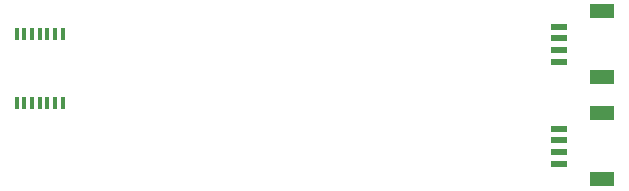
<source format=gbr>
G04 EAGLE Gerber RS-274X export*
G75*
%MOMM*%
%FSLAX34Y34*%
%LPD*%
%INSolderpaste Top*%
%IPPOS*%
%AMOC8*
5,1,8,0,0,1.08239X$1,22.5*%
G01*
%ADD10R,2.000000X1.200000*%
%ADD11R,1.350000X0.600000*%
%ADD12R,0.304800X0.990600*%


D10*
X1136570Y505400D03*
X1136570Y561400D03*
D11*
X1099820Y518400D03*
X1099820Y528400D03*
X1099820Y538400D03*
X1099820Y548400D03*
D10*
X1136570Y419040D03*
X1136570Y475040D03*
D11*
X1099820Y432040D03*
X1099820Y442040D03*
X1099820Y452040D03*
X1099820Y462040D03*
D12*
X640900Y483902D03*
X647400Y483902D03*
X653900Y483902D03*
X660400Y483902D03*
X666900Y483902D03*
X673400Y483902D03*
X679900Y483902D03*
X679900Y542258D03*
X673400Y542258D03*
X666900Y542258D03*
X660400Y542258D03*
X653900Y542258D03*
X647400Y542258D03*
X640900Y542258D03*
M02*

</source>
